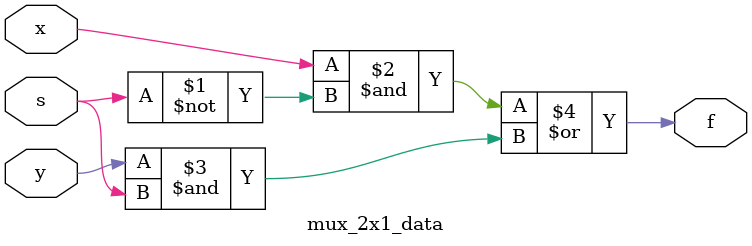
<source format=v>
`timescale 1ns / 1ps


module mux_2x1_data (
    input x, y, s,
    output f
);

    assign f = x & ~s | y & s;
    
endmodule
</source>
